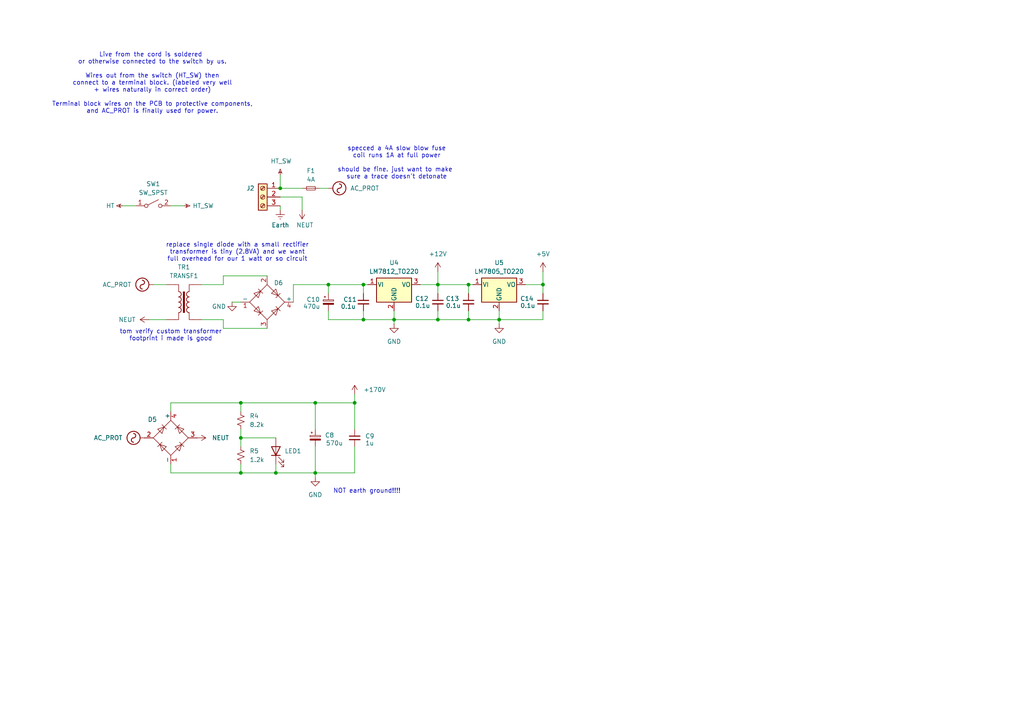
<source format=kicad_sch>
(kicad_sch (version 20250114) (generator "eeschema") (generator_version "9.0")
  (paper "A4")
  (lib_symbols
    (symbol "Connector:Screw_Terminal_01x03" (pin_names (offset 1.016) (hide yes))
      (property "Reference" "J" (at 0 5.08 0))
      (property "Value" "Screw_Terminal_01x03" (at 0 -5.08 0))
      (symbol "Screw_Terminal_01x03_1_1"
        (rectangle (start -1.27 3.81) (end 1.27 -3.81) (stroke (width 0.254)) (fill (type background)))
        (polyline (pts (xy -0.5334 2.8702) (xy 0.3302 2.032)) (stroke (width 0.1524)))
        (polyline (pts (xy -0.5334 0.3302) (xy 0.3302 -0.508)) (stroke (width 0.1524)))
        (polyline (pts (xy -0.5334 -2.2098) (xy 0.3302 -3.048)) (stroke (width 0.1524)))
        (polyline (pts (xy -0.3556 3.048) (xy 0.508 2.2098)) (stroke (width 0.1524)))
        (polyline (pts (xy -0.3556 0.508) (xy 0.508 -0.3302)) (stroke (width 0.1524)))
        (polyline (pts (xy -0.3556 -2.032) (xy 0.508 -2.8702)) (stroke (width 0.1524)))
        (circle (center 0 2.54) (radius 0.635) (stroke (width 0.1524)))
        (circle (center 0 0) (radius 0.635) (stroke (width 0.1524)))
        (circle (center 0 -2.54) (radius 0.635) (stroke (width 0.1524)))
        (pin passive line (at -5.08 2.54 0) (length 3.81) (name "Pin_1") (number "1"))
        (pin passive line (at -5.08 0 0) (length 3.81) (name "Pin_2") (number "2"))
        (pin passive line (at -5.08 -2.54 0) (length 3.81) (name "Pin_3") (number "3"))
      )
    )
    (symbol "Device:C_Polarized_Small" (pin_numbers (hide yes)) (pin_names (offset 0.254) (hide yes))
      (property "Reference" "C" (at 0.254 1.778 0))
      (property "Value" "C_Polarized_Small" (at 0.254 -2.032 0))
      (symbol "C_Polarized_Small_0_1"
        (rectangle (start -1.524 0.6858) (end 1.524 0.3048))
        (rectangle (start -1.524 -0.3048) (end 1.524 -0.6858) (fill (type outline)))
        (polyline (pts (xy -1.27 1.524) (xy -0.762 1.524)))
        (polyline (pts (xy -1.016 1.27) (xy -1.016 1.778)))
      )
      (symbol "C_Polarized_Small_1_1"
        (pin passive line (at 0 2.54 270) (length 1.8542) (name "~") (number "1"))
        (pin passive line (at 0 -2.54 90) (length 1.8542) (name "~") (number "2"))
      )
    )
    (symbol "Device:C_Small" (pin_numbers (hide yes)) (pin_names (offset 0.254) (hide yes))
      (property "Reference" "C" (at 0.254 1.778 0))
      (property "Value" "C_Small" (at 0.254 -2.032 0))
      (symbol "C_Small_0_1"
        (polyline (pts (xy -1.524 0.508) (xy 1.524 0.508)) (stroke (width 0.3048)))
        (polyline (pts (xy -1.524 -0.508) (xy 1.524 -0.508)) (stroke (width 0.3302)))
      )
      (symbol "C_Small_1_1"
        (pin passive line (at 0 2.54 270) (length 2.032) (name "~") (number "1"))
        (pin passive line (at 0 -2.54 90) (length 2.032) (name "~") (number "2"))
      )
    )
    (symbol "Device:Fuse_Small" (pin_numbers (hide yes)) (pin_names (offset 0.254) (hide yes))
      (property "Reference" "F" (at 0 -1.524 0))
      (property "Value" "Fuse_Small" (at 0 1.524 0))
      (symbol "Fuse_Small_0_1"
        (rectangle (start -1.27 0.508) (end 1.27 -0.508))
        (polyline (pts (xy -1.27 0) (xy 1.27 0)))
      )
      (symbol "Fuse_Small_1_1"
        (pin passive line (at -2.54 0 0) (length 1.27) (name "~") (number "1"))
        (pin passive line (at 2.54 0 180) (length 1.27) (name "~") (number "2"))
      )
    )
    (symbol "Device:LED" (pin_numbers (hide yes)) (pin_names (offset 1.016) (hide yes))
      (property "Reference" "D" (at 0 2.54 0))
      (property "Value" "LED" (at 0 -2.54 0))
      (symbol "LED_0_1"
        (polyline (pts (xy -3.048 -0.762) (xy -4.572 -2.286) (xy -3.81 -2.286) (xy -4.572 -2.286) (xy -4.572 -1.524)))
        (polyline (pts (xy -1.778 -0.762) (xy -3.302 -2.286) (xy -2.54 -2.286) (xy -3.302 -2.286) (xy -3.302 -1.524)))
        (polyline (pts (xy -1.27 0) (xy 1.27 0)))
        (polyline (pts (xy -1.27 -1.27) (xy -1.27 1.27)) (stroke (width 0.254)))
        (polyline (pts (xy 1.27 -1.27) (xy 1.27 1.27) (xy -1.27 0) (xy 1.27 -1.27)) (stroke (width 0.254)))
      )
      (symbol "LED_1_1"
        (pin passive line (at -3.81 0 0) (length 2.54) (name "K") (number "1"))
        (pin passive line (at 3.81 0 180) (length 2.54) (name "A") (number "2"))
      )
    )
    (symbol "Device:R_Small_US" (pin_numbers (hide yes)) (pin_names (offset 0.254) (hide yes))
      (property "Reference" "R" (at 0.762 0.508 0))
      (property "Value" "R_Small_US" (at 0.762 -1.016 0))
      (symbol "R_Small_US_1_1"
        (polyline (pts (xy 0 1.524) (xy 1.016 1.143) (xy 0 0.762) (xy -1.016 0.381) (xy 0 0)))
        (polyline (pts (xy 0 0) (xy 1.016 -0.381) (xy 0 -0.762) (xy -1.016 -1.143) (xy 0 -1.524)))
        (pin passive line (at 0 2.54 270) (length 1.016) (name "~") (number "1"))
        (pin passive line (at 0 -2.54 90) (length 1.016) (name "~") (number "2"))
      )
    )
    (symbol "Diode_Bridge:B125C2300-1500A" (pin_names (offset 0))
      (property "Reference" "D" (at 2.54 6.985 0))
      (property "Value" "B125C2300-1500A" (at 2.54 5.08 0))
      (symbol "B125C2300-1500A_0_1"
        (polyline (pts (xy -5.08 0) (xy 0 -5.08) (xy 5.08 0) (xy 0 5.08) (xy -5.08 0)))
        (polyline (pts (xy -3.81 2.54) (xy -2.54 1.27) (xy -1.905 3.175) (xy -3.81 2.54)))
        (polyline (pts (xy -2.54 3.81) (xy -1.27 2.54)))
        (polyline (pts (xy -2.54 -1.27) (xy -3.81 -2.54) (xy -1.905 -3.175) (xy -2.54 -1.27)))
        (polyline (pts (xy -1.27 -2.54) (xy -2.54 -3.81)))
        (polyline (pts (xy 1.27 2.54) (xy 2.54 3.81) (xy 3.175 1.905) (xy 1.27 2.54)))
        (polyline (pts (xy 2.54 1.27) (xy 3.81 2.54)))
        (polyline (pts (xy 2.54 -1.27) (xy 3.81 -2.54)))
        (polyline (pts (xy 3.175 -1.905) (xy 1.27 -2.54) (xy 2.54 -3.81) (xy 3.175 -1.905)))
      )
      (symbol "B125C2300-1500A_1_1"
        (pin passive line (at -7.62 0 0) (length 2.54) (name "-") (number "1"))
        (pin passive line (at 0 7.62 270) (length 2.54) (name "~") (number "2"))
        (pin passive line (at 0 -7.62 90) (length 2.54) (name "~") (number "3"))
        (pin passive line (at 7.62 0 180) (length 2.54) (name "+") (number "4"))
      )
    )
    (symbol "Regulator_Linear:LM7805_TO220" (pin_names (offset 0.254))
      (property "Reference" "U" (at -3.81 3.175 0))
      (property "Value" "LM7805_TO220" (at 0 3.175 0))
      (symbol "LM7805_TO220_0_1"
        (rectangle (start -5.08 1.905) (end 5.08 -5.08) (stroke (width 0.254)) (fill (type background)))
      )
      (symbol "LM7805_TO220_1_1"
        (pin power_in line (at -7.62 0 0) (length 2.54) (name "VI") (number "1"))
        (pin power_in line (at 0 -7.62 90) (length 2.54) (name "GND") (number "2"))
        (pin power_out line (at 7.62 0 180) (length 2.54) (name "VO") (number "3"))
      )
    )
    (symbol "Regulator_Linear:LM7812_TO220" (pin_names (offset 0.254))
      (property "Reference" "U" (at -3.81 3.175 0))
      (property "Value" "LM7812_TO220" (at 0 3.175 0))
      (symbol "LM7812_TO220_0_1"
        (rectangle (start -5.08 1.905) (end 5.08 -5.08) (stroke (width 0.254)) (fill (type background)))
      )
      (symbol "LM7812_TO220_1_1"
        (pin power_in line (at -7.62 0 0) (length 2.54) (name "VI") (number "1"))
        (pin power_in line (at 0 -7.62 90) (length 2.54) (name "GND") (number "2"))
        (pin power_out line (at 7.62 0 180) (length 2.54) (name "VO") (number "3"))
      )
    )
    (symbol "Switch:SW_SPST" (pin_names (offset 0) (hide yes))
      (property "Reference" "SW" (at 0 3.175 0))
      (property "Value" "SW_SPST" (at 0 -2.54 0))
      (symbol "SW_SPST_0_0"
        (circle (center -2.032 0) (radius 0.508))
        (polyline (pts (xy -1.524 0.254) (xy 1.524 1.778)))
        (circle (center 2.032 0) (radius 0.508))
      )
      (symbol "SW_SPST_1_1"
        (pin passive line (at -5.08 0 0) (length 2.54) (name "A") (number "1"))
        (pin passive line (at 5.08 0 180) (length 2.54) (name "B") (number "2"))
      )
    )
    (symbol "Transformer:TRANSF1" (pin_numbers (hide yes)) (pin_names (offset 0))
      (property "Reference" "TR2" (at 0 10.16 0))
      (property "Value" "TRANSF1" (at 0 7.62 0))
      (symbol "TRANSF1_0_1"
        (polyline (pts (xy -2.54 5.08) (xy -1.524 5.08) (xy -1.524 3.048)) (stroke (width 0.1524)))
        (arc (start -1.524 3.048) (mid -0.7653 2.286) (end -1.524 1.524) (stroke (width 0.2032)))
        (arc (start -1.524 1.524) (mid -0.7653 0.762) (end -1.524 0) (stroke (width 0.2032)))
        (arc (start -1.524 0) (mid -0.7653 -0.762) (end -1.524 -1.524) (stroke (width 0.2032)))
        (arc (start -1.524 -1.524) (mid -0.7653 -2.286) (end -1.524 -3.048) (stroke (width 0.2032)))
        (polyline (pts (xy -1.524 -3.048) (xy -1.524 -5.08) (xy -2.54 -5.08)) (stroke (width 0.1524)))
        (rectangle (start -0.254 3.048) (end 0.254 -3.048) (stroke (width 0.0254)) (fill (type outline)))
        (polyline (pts (xy 1.524 3.048) (xy 1.524 5.08) (xy 2.54 5.08)) (stroke (width 0.1524)))
        (arc (start 1.524 1.524) (mid 0.7653 2.286) (end 1.524 3.048) (stroke (width 0.2032)))
        (arc (start 1.524 0) (mid 0.7653 0.762) (end 1.524 1.524) (stroke (width 0.2032)))
        (arc (start 1.524 -1.524) (mid 0.7653 -0.762) (end 1.524 0) (stroke (width 0.2032)))
        (arc (start 1.524 -3.048) (mid 0.7653 -2.286) (end 1.524 -1.524) (stroke (width 0.2032)))
        (polyline (pts (xy 2.54 -5.08) (xy 1.524 -5.08) (xy 1.524 -3.048)) (stroke (width 0.1524)))
      )
      (symbol "TRANSF1_1_1"
        (pin power_in line (at -5.08 5.08 0) (length 2.54) (name "~") (number "1"))
        (pin power_in line (at -5.08 -5.08 0) (length 2.54) (name "~") (number "2"))
        (pin power_out line (at 5.08 5.08 180) (length 2.54) (name "~") (number "4"))
        (pin power_out line (at 5.08 -5.08 180) (length 2.54) (name "~") (number "3"))
      )
    )
    (symbol "power:+12V" (power) (pin_numbers (hide yes)) (pin_names (offset 0) (hide yes))
      (property "Value" "+12V" (at 0 3.556 0))
      (symbol "+12V_0_1"
        (polyline (pts (xy -0.762 1.27) (xy 0 2.54)))
        (polyline (pts (xy 0 2.54) (xy 0.762 1.27)))
        (polyline (pts (xy 0 0) (xy 0 2.54)))
      )
      (symbol "+12V_1_1"
        (pin power_in line (at 0 0 90) (length 0) (name "~") (number "1"))
      )
    )
    (symbol "power:+5V" (power) (pin_numbers (hide yes)) (pin_names (offset 0) (hide yes))
      (property "Value" "+5V" (at 0 3.556 0))
      (symbol "+5V_0_1"
        (polyline (pts (xy -0.762 1.27) (xy 0 2.54)))
        (polyline (pts (xy 0 2.54) (xy 0.762 1.27)))
        (polyline (pts (xy 0 0) (xy 0 2.54)))
      )
      (symbol "+5V_1_1"
        (pin power_in line (at 0 0 90) (length 0) (name "~") (number "1"))
      )
    )
    (symbol "power:AC" (power) (pin_numbers (hide yes)) (pin_names (offset 0) (hide yes))
      (property "Value" "AC" (at 0 6.35 0))
      (symbol "AC_0_1"
        (arc (start -1.27 3.175) (mid -0.635 3.8073) (end 0 3.175) (stroke (width 0.254)))
        (circle (center 0 3.175) (radius 1.905) (stroke (width 0.254)))
        (polyline (pts (xy 0 0) (xy 0 1.27)))
        (arc (start 1.27 3.175) (mid 0.635 2.5427) (end 0 3.175) (stroke (width 0.254)))
      )
      (symbol "AC_1_1"
        (pin power_in line (at 0 0 90) (length 0) (name "~") (number "1"))
      )
    )
    (symbol "power:Earth" (power) (pin_numbers (hide yes)) (pin_names (offset 0) (hide yes))
      (property "Value" "Earth" (at 0 -3.81 0))
      (symbol "Earth_0_1"
        (polyline (pts (xy -0.635 -1.905) (xy 0.635 -1.905)))
        (polyline (pts (xy -0.127 -2.54) (xy 0.127 -2.54)))
        (polyline (pts (xy 0 -1.27) (xy 0 0)))
        (polyline (pts (xy 1.27 -1.27) (xy -1.27 -1.27)))
      )
      (symbol "Earth_1_1"
        (pin power_in line (at 0 0 270) (length 0) (name "~") (number "1"))
      )
    )
    (symbol "power:GND" (power) (pin_numbers (hide yes)) (pin_names (offset 0) (hide yes))
      (property "Value" "GND" (at 0 -3.81 0))
      (symbol "GND_0_1"
        (polyline (pts (xy 0 0) (xy 0 -1.27) (xy 1.27 -1.27) (xy 0 -2.54) (xy -1.27 -1.27) (xy 0 -1.27)))
      )
      (symbol "GND_1_1"
        (pin power_in line (at 0 0 270) (length 0) (name "~") (number "1"))
      )
    )
    (symbol "power:HT" (power) (pin_numbers (hide yes)) (pin_names (offset 0) (hide yes))
      (property "Value" "HT" (at 0 3.048 0))
      (symbol "HT_0_0"
        (pin power_in line (at 0 0 90) (length 0) (name "~") (number "1"))
      )
      (symbol "HT_0_1"
        (polyline (pts (xy 0 1.016) (xy 0.508 0.508) (xy 0 1.778) (xy -0.508 0.508) (xy 0 1.016) (xy 0 1.016)))
        (polyline (pts (xy 0 0) (xy 0 1.016) (xy 0 1.016)))
      )
    )
    (symbol "power:NEUT" (power) (pin_numbers (hide yes)) (pin_names (offset 0) (hide yes))
      (property "Value" "NEUT" (at 0 3.556 0))
      (symbol "NEUT_0_1"
        (polyline (pts (xy -0.762 1.27) (xy 0 2.54)))
        (polyline (pts (xy 0 2.54) (xy 0.762 1.27)))
        (polyline (pts (xy 0 0) (xy 0 2.54)))
      )
      (symbol "NEUT_1_1"
        (pin power_in line (at 0 0 90) (length 0) (name "~") (number "1"))
      )
    )
  )
  (text "tom verify custom transformer\nfootprint i made is good" (at 49.53 97.282 0) (effects (font (size 1.27 1.27))))
  (text "NOT earth ground!!!!" (at 106.426 142.494 0) (effects (font (size 1.27 1.27))))
  (text "Live from the cord is soldered \nor otherwise connected to the switch by us.\n\nWires out from the switch (HT_SW) then\nconnect to a terminal block. (labeled very well\n+ wires naturally in correct order)\n\nTerminal block wires on the PCB to protective components,\nand AC_PROT is finally used for power." (at 44.196 24.13 0) (effects (font (size 1.27 1.27))))
  (text "replace single diode with a small rectifier\ntransformer is tiny (2.8VA) and we want\nfull overhead for our 1 watt or so circuit" (at 68.834 73.152 0) (effects (font (size 1.27 1.27))))
  (text "specced a 4A slow blow fuse\ncoil runs 1A at full power\n\nshould be fine. just want to make \nsure a trace doesn't detonate" (at 115.062 47.244 0) (effects (font (size 1.27 1.27))))
  (junction (at 69.85 137.16))
  (junction (at 114.3 92.71))
  (junction (at 69.85 116.84))
  (junction (at 95.25 82.55))
  (junction (at 91.44 137.16))
  (junction (at 81.28 54.61))
  (junction (at 69.85 127))
  (junction (at 144.78 92.71))
  (junction (at 135.89 82.55))
  (junction (at 127 82.55))
  (junction (at 105.41 82.55))
  (junction (at 102.87 116.84))
  (junction (at 157.48 82.55))
  (junction (at 135.89 92.71))
  (junction (at 91.44 116.84))
  (junction (at 105.41 92.71))
  (junction (at 127 92.71))
  (junction (at 80.01 137.16))
  (wire (pts (xy 135.89 82.55) (xy 137.16 82.55)))
  (wire (pts (xy 102.87 114.3) (xy 102.87 116.84)))
  (wire (pts (xy 135.89 92.71) (xy 127 92.71)))
  (wire (pts (xy 49.53 137.16) (xy 49.53 134.62)))
  (wire (pts (xy 85.09 82.55) (xy 95.25 82.55)))
  (wire (pts (xy 48.26 82.55) (xy 44.45 82.55)))
  (wire (pts (xy 135.89 82.55) (xy 135.89 85.09)))
  (wire (pts (xy 49.53 116.84) (xy 69.85 116.84)))
  (wire (pts (xy 95.25 90.17) (xy 95.25 92.71)))
  (wire (pts (xy 81.28 50.8) (xy 81.28 54.61)))
  (wire (pts (xy 95.25 85.09) (xy 95.25 82.55)))
  (wire (pts (xy 157.48 82.55) (xy 157.48 85.09)))
  (wire (pts (xy 85.09 87.63) (xy 85.09 82.55)))
  (wire (pts (xy 144.78 93.98) (xy 144.78 92.71)))
  (wire (pts (xy 64.77 92.71) (xy 64.77 95.25)))
  (wire (pts (xy 69.85 134.62) (xy 69.85 137.16)))
  (wire (pts (xy 135.89 90.17) (xy 135.89 92.71)))
  (wire (pts (xy 80.01 134.62) (xy 80.01 137.16)))
  (wire (pts (xy 102.87 129.54) (xy 102.87 137.16)))
  (wire (pts (xy 105.41 82.55) (xy 106.68 82.55)))
  (wire (pts (xy 58.42 92.71) (xy 64.77 92.71)))
  (wire (pts (xy 49.53 59.69) (xy 53.34 59.69)))
  (wire (pts (xy 91.44 116.84) (xy 91.44 124.46)))
  (wire (pts (xy 102.87 116.84) (xy 102.87 124.46)))
  (wire (pts (xy 91.44 137.16) (xy 102.87 137.16)))
  (wire (pts (xy 81.28 57.15) (xy 87.63 57.15)))
  (wire (pts (xy 144.78 90.17) (xy 144.78 92.71)))
  (wire (pts (xy 80.01 137.16) (xy 91.44 137.16)))
  (wire (pts (xy 127 78.74) (xy 127 82.55)))
  (wire (pts (xy 49.53 137.16) (xy 69.85 137.16)))
  (wire (pts (xy 105.41 82.55) (xy 105.41 85.09)))
  (wire (pts (xy 35.56 59.69) (xy 39.37 59.69)))
  (wire (pts (xy 127 90.17) (xy 127 92.71)))
  (wire (pts (xy 64.77 80.01) (xy 77.47 80.01)))
  (wire (pts (xy 69.85 127) (xy 80.01 127)))
  (wire (pts (xy 105.41 90.17) (xy 105.41 92.71)))
  (wire (pts (xy 92.71 54.61) (xy 95.25 54.61)))
  (wire (pts (xy 121.92 82.55) (xy 127 82.55)))
  (wire (pts (xy 157.48 90.17) (xy 157.48 92.71)))
  (wire (pts (xy 114.3 90.17) (xy 114.3 92.71)))
  (wire (pts (xy 67.31 87.63) (xy 69.85 87.63)))
  (wire (pts (xy 69.85 137.16) (xy 80.01 137.16)))
  (wire (pts (xy 69.85 116.84) (xy 91.44 116.84)))
  (wire (pts (xy 157.48 78.74) (xy 157.48 82.55)))
  (wire (pts (xy 114.3 92.71) (xy 105.41 92.71)))
  (wire (pts (xy 91.44 138.43) (xy 91.44 137.16)))
  (wire (pts (xy 91.44 129.54) (xy 91.44 137.16)))
  (wire (pts (xy 114.3 93.98) (xy 114.3 92.71)))
  (wire (pts (xy 58.42 82.55) (xy 64.77 82.55)))
  (wire (pts (xy 81.28 59.69) (xy 81.28 60.96)))
  (wire (pts (xy 49.53 116.84) (xy 49.53 119.38)))
  (wire (pts (xy 64.77 82.55) (xy 64.77 80.01)))
  (wire (pts (xy 69.85 127) (xy 69.85 129.54)))
  (wire (pts (xy 91.44 116.84) (xy 102.87 116.84)))
  (wire (pts (xy 43.18 92.71) (xy 48.26 92.71)))
  (wire (pts (xy 157.48 82.55) (xy 152.4 82.55)))
  (wire (pts (xy 114.3 92.71) (xy 127 92.71)))
  (wire (pts (xy 95.25 92.71) (xy 105.41 92.71)))
  (wire (pts (xy 81.28 54.61) (xy 87.63 54.61)))
  (wire (pts (xy 144.78 92.71) (xy 135.89 92.71)))
  (wire (pts (xy 127 82.55) (xy 127 85.09)))
  (wire (pts (xy 69.85 124.46) (xy 69.85 127)))
  (wire (pts (xy 87.63 57.15) (xy 87.63 60.96)))
  (wire (pts (xy 127 82.55) (xy 135.89 82.55)))
  (wire (pts (xy 64.77 95.25) (xy 77.47 95.25)))
  (wire (pts (xy 157.48 92.71) (xy 144.78 92.71)))
  (wire (pts (xy 69.85 116.84) (xy 69.85 119.38)))
  (wire (pts (xy 95.25 82.55) (xy 105.41 82.55)))
  (symbol (lib_id "Device:C_Polarized_Small") (at 91.44 127 0) (unit 1)
    (property "Reference" "C8" (at 94.234 126.238 0) (effects (justify left)))
    (property "Value" "570u" (at 94.488 128.524 0) (effects (justify left)))
    (property "Footprint" "Capacitor_THT:CP_Radial_D30.0mm_P10.00mm_SnapIn" (effects (hide yes)))
    (property "Description" "Polarized capacitor, small symbol" (effects (hide yes)))
    (property "DKPN" "565-2951-ND" (effects (hide yes)))
  )
  (symbol (lib_id "power:+12V") (at 157.48 78.74 0) (unit 1)
    (property "Reference" "#PWR022" (effects (hide yes)))
    (property "Value" "+5V" (at 157.48 73.66 0))
    (property "Description" "Power symbol creates a global label with name \"+12V\"" (effects (hide yes)))
  )
  (symbol (lib_id "power:GND") (at 144.78 93.98 0) (unit 1)
    (property "Reference" "#PWR015" (effects (hide yes)))
    (property "Value" "GND" (at 144.78 99.06 0))
    (property "Description" "Power symbol creates a global label with name \"GND\" , ground" (effects (hide yes)))
  )
  (symbol (lib_id "Switch:SW_SPST") (at 44.45 59.69 0) (unit 1) (on_board no)
    (property "Reference" "SW1" (at 44.45 53.34 0))
    (property "Value" "SW_SPST" (at 44.45 55.88 0))
    (property "Description" "Single Pole Single Throw (SPST) switch" (effects (hide yes)))
    (property "DKPN" "2057-SW-R3-1A-A-1-0-ND" (effects (hide yes)))
  )
  (symbol (lib_id "power:AC") (at 95.25 54.61 270) (unit 1)
    (property "Reference" "#PWR031" (effects (hide yes)))
    (property "Value" "AC_PROT" (at 101.6 54.6099 90) (effects (justify left)))
    (property "Description" "Power symbol creates a global label with name \"AC\"" (effects (hide yes)))
  )
  (symbol (lib_id "Connector:Screw_Terminal_01x03") (at 76.2 57.15 0) (mirror y) (unit 1)
    (property "Reference" "J2" (at 72.644 54.61 0))
    (property "Value" "Screw_Terminal_01x02" (effects (hide yes)))
    (property "Footprint" "locals:691137710003" (effects (hide yes)))
    (property "Description" "Generic screw terminal, single row, 01x03, script generated (kicad-library-utils/schlib/autogen/connector/)" (effects (hide yes)))
    (property "DKPN" "732-10956-ND" (effects (hide yes)))
  )
  (symbol (lib_id "power:GND") (at 91.44 138.43 0) (unit 1)
    (property "Reference" "#PWR025" (effects (hide yes)))
    (property "Value" "GND" (at 91.44 143.51 0))
    (property "Description" "Power symbol creates a global label with name \"GND\" , ground" (effects (hide yes)))
  )
  (symbol (lib_id "Regulator_Linear:LM7805_TO220") (at 144.78 82.55 0) (unit 1)
    (property "Reference" "U5" (at 144.78 76.2 0))
    (property "Value" "LM7805_TO220" (at 144.78 78.74 0))
    (property "Footprint" "Package_TO_SOT_THT:TO-220-3_Vertical" (effects (hide yes)))
    (property "Datasheet" "https://www.onsemi.cn/PowerSolutions/document/MC7800-D.PDF" (effects (hide yes)))
    (property "Description" "Positive 1A 35V Linear Regulator, Fixed Output 5V, TO-220" (effects (hide yes)))
    (property "DKPN" "296-47192-ND" (effects (hide yes)))
  )
  (symbol (lib_id "Diode_Bridge:B125C2300-1500A") (at 49.53 127 90) (unit 1)
    (property "Reference" "D5" (at 44.196 121.666 90))
    (property "Value" "B125C2300-1500A" (effects (hide yes)))
    (property "Footprint" "Diode_THT:Diode_Bridge_Vishay_GBU" (effects (hide yes)))
    (property "Description" "Silicon Bridge Rectifier, 125V Vrms, 1.5A If, pins=-AA+, SIL-package" (effects (hide yes)))
    (property "DKPN" "GBU810DI-ND" (effects (hide yes)))
  )
  (symbol (lib_id "power:NEUT") (at 87.63 60.96 180) (unit 1)
    (property "Reference" "#PWR029" (effects (hide yes)))
    (property "Value" "NEUT" (at 90.932 65.278 0) (effects (justify left)))
    (property "Description" "Power symbol creates a global label with name \"NEUT\"" (effects (hide yes)))
  )
  (symbol (lib_id "power:GND") (at 67.31 87.63 0) (unit 1)
    (property "Reference" "#PWR024" (effects (hide yes)))
    (property "Value" "GND" (at 63.5 88.9 0))
    (property "Description" "Power symbol creates a global label with name \"GND\" , ground" (effects (hide yes)))
  )
  (symbol (lib_id "Regulator_Linear:LM7812_TO220") (at 114.3 82.55 0) (unit 1)
    (property "Reference" "U4" (at 114.3 76.2 0))
    (property "Value" "LM7812_TO220" (at 114.3 78.74 0))
    (property "Footprint" "Package_TO_SOT_THT:TO-220-3_Vertical" (effects (hide yes)))
    (property "Datasheet" "https://www.onsemi.cn/PowerSolutions/document/MC7800-D.PDF" (effects (hide yes)))
    (property "Description" "Positive 1A 35V Linear Regulator, Fixed Output 12V, TO-220" (effects (hide yes)))
    (property "DKPN" "296-50628-ND" (effects (hide yes)))
  )
  (symbol (lib_id "power:HT") (at 81.28 50.8 0) (unit 1)
    (property "Reference" "#PWR026" (effects (hide yes)))
    (property "Value" "HT_SW" (at 81.534 46.736 0))
    (property "Description" "Power symbol creates a global label with name \"HT\"" (effects (hide yes)))
  )
  (symbol (lib_id "power:AC") (at 41.91 127 90) (unit 1)
    (property "Reference" "#PWR018" (effects (hide yes)))
    (property "Value" "AC_PROT" (at 35.56 126.9999 90) (effects (justify left)))
    (property "Description" "Power symbol creates a global label with name \"AC\"" (effects (hide yes)))
  )
  (symbol (lib_id "Device:LED") (at 80.01 130.81 90) (unit 1) (in_bom no) (on_board no)
    (property "Reference" "LED1" (at 82.55 130.81 90) (effects (justify right)))
    (property "Value" "LED" (effects (hide yes)))
    (property "Footprint" "LED_THT:LED_D3.0mm_Horizontal_O1.27mm_Z2.0mm" (effects (hide yes)))
    (property "Description" "Light emitting diode" (effects (hide yes)))
    (property "Sim.Pins" "1=K 2=A" (effects (hide yes)))
    (property "DKPN" "160-1603-ND" (effects (hide yes)))
  )
  (symbol (lib_id "power:NEUT") (at 43.18 92.71 90) (unit 1)
    (property "Reference" "#PWR019" (effects (hide yes)))
    (property "Value" "NEUT" (at 39.37 92.7099 90) (effects (justify left)))
    (property "Description" "Power symbol creates a global label with name \"NEUT\"" (effects (hide yes)))
  )
  (symbol (lib_id "Device:R_Small_US") (at 69.85 132.08 0) (unit 1)
    (property "Reference" "R5" (at 72.39 130.8099 0) (effects (justify left)))
    (property "Value" "1.2k" (at 72.39 133.3499 0) (effects (justify left)))
    (property "Footprint" "Resistor_THT:R_Axial_DIN0204_L3.6mm_D1.6mm_P5.08mm_Horizontal" (effects (hide yes)))
    (property "Description" "Resistor, small US symbol" (effects (hide yes)))
    (property "DKPN" "BC3293CT-ND" (effects (hide yes)))
  )
  (symbol (lib_id "Device:C_Small") (at 105.41 87.63 0) (unit 1)
    (property "Reference" "C11" (at 99.568 86.868 0) (effects (justify left)))
    (property "Value" "0.1u" (at 98.806 88.9 0) (effects (justify left)))
    (property "Footprint" "Capacitor_THT:C_Disc_D3.0mm_W2.0mm_P2.50mm" (effects (hide yes)))
    (property "Description" "Unpolarized capacitor, small symbol" (effects (hide yes)))
    (property "DKPN" "399-4264-ND" (effects (hide yes)))
  )
  (symbol (lib_id "Device:C_Small") (at 135.89 87.63 0) (unit 1)
    (property "Reference" "C13" (at 129.286 86.614 0) (effects (justify left)))
    (property "Value" "0.1u" (at 129.286 88.646 0) (effects (justify left)))
    (property "Footprint" "Capacitor_THT:C_Disc_D3.0mm_W2.0mm_P2.50mm" (effects (hide yes)))
    (property "Description" "Unpolarized capacitor, small symbol" (effects (hide yes)))
    (property "DKPN" "399-4264-ND" (effects (hide yes)))
  )
  (symbol (lib_id "power:+5V") (at 102.87 114.3 0) (unit 1)
    (property "Reference" "#PWR028" (effects (hide yes)))
    (property "Value" "+170V" (at 105.41 113.0299 0) (effects (justify left)))
    (property "Description" "Power symbol creates a global label with name \"+5V\"" (effects (hide yes)))
  )
  (symbol (lib_id "power:NEUT") (at 57.15 127 270) (unit 1)
    (property "Reference" "#PWR021" (effects (hide yes)))
    (property "Value" "NEUT" (at 61.468 127 90) (effects (justify left)))
    (property "Description" "Power symbol creates a global label with name \"NEUT\"" (effects (hide yes)))
  )
  (symbol (lib_id "Device:C_Polarized_Small") (at 95.25 87.63 0) (unit 1)
    (property "Reference" "C10" (at 88.9 86.868 0) (effects (justify left)))
    (property "Value" "470u" (at 87.884 88.9 0) (effects (justify left)))
    (property "Footprint" "Capacitor_THT:CP_Radial_D12.5mm_P5.00mm" (effects (hide yes)))
    (property "Description" "Polarized capacitor, small symbol" (effects (hide yes)))
    (property "DKPN" "493-12789-1-ND" (effects (hide yes)))
  )
  (symbol (lib_id "power:HT") (at 35.56 59.69 90) (unit 1)
    (property "Reference" "#PWR017" (effects (hide yes)))
    (property "Value" "HT" (at 32.004 59.69 90))
    (property "Description" "Power symbol creates a global label with name \"HT\"" (effects (hide yes)))
  )
  (symbol (lib_id "Device:C_Small") (at 102.87 127 0) (unit 1)
    (property "Reference" "C9" (at 105.918 126.492 0) (effects (justify left)))
    (property "Value" "1u" (at 105.918 128.524 0) (effects (justify left)))
    (property "Footprint" "Capacitor_THT:C_Rect_L18.0mm_W7.0mm_P15.00mm_FKS3_FKP3" (effects (hide yes)))
    (property "Description" "Unpolarized capacitor, small symbol" (effects (hide yes)))
    (property "DKPN" "P16846-ND" (effects (hide yes)))
  )
  (symbol (lib_id "power:GND") (at 114.3 93.98 0) (unit 1)
    (property "Reference" "#PWR030" (effects (hide yes)))
    (property "Value" "GND" (at 114.3 99.06 0))
    (property "Description" "Power symbol creates a global label with name \"GND\" , ground" (effects (hide yes)))
  )
  (symbol (lib_id "Transformer:TRANSF1") (at 53.34 87.63 0) (unit 1)
    (property "Reference" "TR1" (at 53.34 77.47 0))
    (property "Value" "TRANSF1" (at 53.34 80.01 0))
    (property "Footprint" "locals:Transformer_Zettler_BV301S18028" (effects (hide yes)))
    (property "DKPN" "3388-BV301S18028-ND" (effects (hide yes)))
  )
  (symbol (lib_id "power:+12V") (at 127 78.74 0) (unit 1)
    (property "Reference" "#PWR032" (effects (hide yes)))
    (property "Value" "+12V" (at 127 73.66 0))
    (property "Description" "Power symbol creates a global label with name \"+12V\"" (effects (hide yes)))
  )
  (symbol (lib_id "Device:R_Small_US") (at 69.85 121.92 0) (unit 1)
    (property "Reference" "R4" (at 72.39 120.6499 0) (effects (justify left)))
    (property "Value" "8.2k" (at 72.39 123.1899 0) (effects (justify left)))
    (property "Footprint" "Resistor_THT:R_Axial_DIN0617_L17.0mm_D6.0mm_P5.08mm_Vertical" (effects (hide yes)))
    (property "Description" "Resistor, small US symbol" (effects (hide yes)))
    (property "DKPN" "A142822CT-ND" (effects (hide yes)))
  )
  (symbol (lib_id "power:Earth") (at 81.28 60.96 0) (unit 1)
    (property "Reference" "#PWR027" (effects (hide yes)))
    (property "Value" "Earth" (at 78.74 65.278 0) (effects (justify left)))
    (property "Description" "Power symbol creates a global label with name \"Earth\"" (effects (hide yes)))
  )
  (symbol (lib_id "Diode_Bridge:B125C2300-1500A") (at 77.47 87.63 0) (unit 1)
    (property "Reference" "D6" (at 80.772 82.042 0))
    (property "Value" "DB105" (effects (hide yes)))
    (property "Footprint" "Diode_THT:Diode_Bridge_DIP-4_W7.62mm_P5.08mm" (effects (hide yes)))
    (property "Description" "Silicon Bridge Rectifier, 125V Vrms, 1.5A If, pins=-AA+, SIL-package" (effects (hide yes)))
    (property "DKPN" "5272-DB105-ND" (effects (hide yes)))
  )
  (symbol (lib_id "Device:Fuse_Small") (at 90.17 54.61 0) (unit 1)
    (property "Reference" "F1" (at 90.17 49.53 0))
    (property "Value" "4A" (at 90.17 52.07 0))
    (property "Footprint" "Resistor_THT:R_Axial_DIN0411_L9.9mm_D3.6mm_P12.70mm_Horizontal" (effects (hide yes)))
    (property "Description" "Fuse, small symbol" (effects (hide yes)))
    (property "DKPN" "283-4690-1-ND" (effects (hide yes)))
  )
  (symbol (lib_id "power:AC") (at 44.45 82.55 90) (unit 1)
    (property "Reference" "#PWR020" (effects (hide yes)))
    (property "Value" "AC_PROT" (at 38.1 82.5499 90) (effects (justify left)))
    (property "Description" "Power symbol creates a global label with name \"AC\"" (effects (hide yes)))
  )
  (symbol (lib_id "power:HT") (at 53.34 59.69 270) (unit 1)
    (property "Reference" "#PWR023" (effects (hide yes)))
    (property "Value" "HT_SW" (at 58.928 59.69 90))
    (property "Description" "Power symbol creates a global label with name \"HT\"" (effects (hide yes)))
  )
  (symbol (lib_id "Device:C_Small") (at 157.48 87.63 0) (unit 1)
    (property "Reference" "C14" (at 150.876 86.614 0) (effects (justify left)))
    (property "Value" "0.1u" (at 150.876 88.646 0) (effects (justify left)))
    (property "Footprint" "Capacitor_THT:C_Disc_D3.0mm_W2.0mm_P2.50mm" (effects (hide yes)))
    (property "Description" "Unpolarized capacitor, small symbol" (effects (hide yes)))
    (property "DKPN" "399-4264-ND" (effects (hide yes)))
  )
  (symbol (lib_id "Device:C_Small") (at 127 87.63 0) (unit 1)
    (property "Reference" "C12" (at 120.396 86.614 0) (effects (justify left)))
    (property "Value" "0.1u" (at 120.396 88.646 0) (effects (justify left)))
    (property "Footprint" "Capacitor_THT:C_Disc_D3.0mm_W2.0mm_P2.50mm" (effects (hide yes)))
    (property "Description" "Unpolarized capacitor, small symbol" (effects (hide yes)))
    (property "DKPN" "399-4264-ND" (effects (hide yes)))
  )
)
</source>
